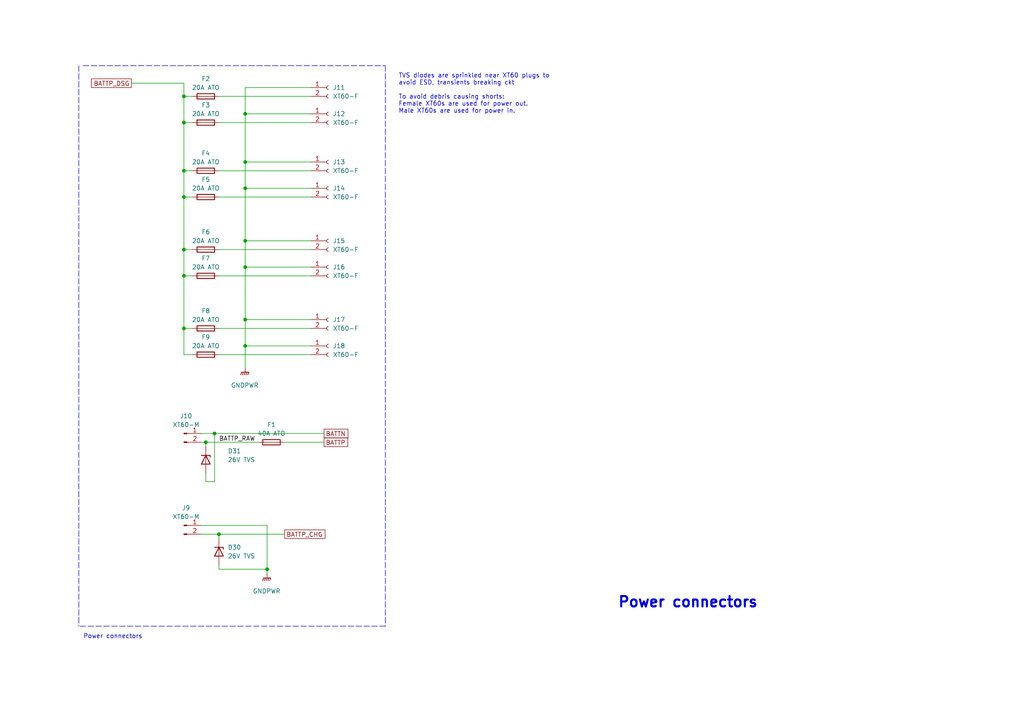
<source format=kicad_sch>
(kicad_sch (version 20211123) (generator eeschema)
  (paper "A4")
  (lib_symbols
    (symbol "Connector:Conn_01x02_Female" (pin_names (offset 1.016) hide)
      (property "Reference" "J" (at 0 2.54 0))
      (property "Value" "Conn_01x02_Female" (at 0 -5.08 0))
      (symbol "Conn_01x02_Female_1_1"
        (arc (start 0 -2.032) (mid -0.508 -2.54) (end 0 -3.048) (stroke (width 0.1524)))
        (polyline (pts (xy -1.27 -2.54) (xy -0.508 -2.54)) (stroke (width 0.1524)))
        (polyline (pts (xy -1.27 0) (xy -0.508 0)) (stroke (width 0.1524)))
        (arc (start 0 0.508) (mid -0.508 0) (end 0 -0.508) (stroke (width 0.1524)))
        (pin passive line (at -5.08 0 0) (length 3.81) (name "Pin_1") (number "1"))
        (pin passive line (at -5.08 -2.54 0) (length 3.81) (name "Pin_2") (number "2"))
      )
    )
    (symbol "Connector:Conn_01x02_Male" (pin_names (offset 1.016) hide)
      (property "Reference" "J" (at 0 2.54 0))
      (property "Value" "Conn_01x02_Male" (at 0 -5.08 0))
      (symbol "Conn_01x02_Male_1_1"
        (polyline (pts (xy 1.27 -2.54) (xy 0.8636 -2.54)) (stroke (width 0.1524)))
        (polyline (pts (xy 1.27 0) (xy 0.8636 0)) (stroke (width 0.1524)))
        (rectangle (start 0.8636 -2.413) (end 0 -2.667) (stroke (width 0.1524)) (fill (type outline)))
        (rectangle (start 0.8636 0.127) (end 0 -0.127) (stroke (width 0.1524)) (fill (type outline)))
        (pin passive line (at 5.08 0 180) (length 3.81) (name "Pin_1") (number "1"))
        (pin passive line (at 5.08 -2.54 180) (length 3.81) (name "Pin_2") (number "2"))
      )
    )
    (symbol "Device:D_Zener" (pin_numbers hide) (pin_names (offset 1.016) hide)
      (property "Reference" "D" (at 0 2.54 0))
      (property "Value" "D_Zener" (at 0 -2.54 0))
      (symbol "D_Zener_0_1"
        (polyline (pts (xy 1.27 0) (xy -1.27 0)))
        (polyline (pts (xy -1.27 -1.27) (xy -1.27 1.27) (xy -0.762 1.27)) (stroke (width 0.254)))
        (polyline (pts (xy 1.27 -1.27) (xy 1.27 1.27) (xy -1.27 0) (xy 1.27 -1.27)) (stroke (width 0.254)))
      )
      (symbol "D_Zener_1_1"
        (pin passive line (at -3.81 0 0) (length 2.54) (name "K") (number "1"))
        (pin passive line (at 3.81 0 180) (length 2.54) (name "A") (number "2"))
      )
    )
    (symbol "Device:Fuse" (pin_numbers hide) (pin_names (offset 0))
      (property "Reference" "F" (at 2.032 0 90))
      (property "Value" "Fuse" (at -1.905 0 90))
      (symbol "Fuse_0_1"
        (rectangle (start -0.762 -2.54) (end 0.762 2.54) (stroke (width 0.254)))
        (polyline (pts (xy 0 2.54) (xy 0 -2.54)))
      )
      (symbol "Fuse_1_1"
        (pin passive line (at 0 3.81 270) (length 1.27) (name "~") (number "1"))
        (pin passive line (at 0 -3.81 90) (length 1.27) (name "~") (number "2"))
      )
    )
    (symbol "power:GNDPWR" (power) (pin_names (offset 0))
      (property "Value" "GNDPWR" (at 0 -3.302 0))
      (symbol "GNDPWR_0_1"
        (polyline (pts (xy 0 -1.27) (xy 0 0)))
        (polyline (pts (xy -1.016 -1.27) (xy -1.27 -2.032) (xy -1.27 -2.032)) (stroke (width 0.2032)))
        (polyline (pts (xy -0.508 -1.27) (xy -0.762 -2.032) (xy -0.762 -2.032)) (stroke (width 0.2032)))
        (polyline (pts (xy 0 -1.27) (xy -0.254 -2.032) (xy -0.254 -2.032)) (stroke (width 0.2032)))
        (polyline (pts (xy 0.508 -1.27) (xy 0.254 -2.032) (xy 0.254 -2.032)) (stroke (width 0.2032)))
        (polyline (pts (xy 1.016 -1.27) (xy -1.016 -1.27) (xy -1.016 -1.27)) (stroke (width 0.2032)))
        (polyline (pts (xy 1.016 -1.27) (xy 0.762 -2.032) (xy 0.762 -2.032) (xy 0.762 -2.032)) (stroke (width 0.2032)))
      )
      (symbol "GNDPWR_1_1"
        (pin power_in line (at 0 0 270) (length 0) hide (name "GNDPWR") (number "1"))
      )
    )
  )
  (junction (at 71.12 100.33))
  (junction (at 59.69 128.27))
  (junction (at 71.12 92.71))
  (junction (at 71.12 46.99))
  (junction (at 53.34 35.56))
  (junction (at 53.34 49.53))
  (junction (at 53.34 72.39))
  (junction (at 53.34 57.15))
  (junction (at 71.12 77.47))
  (junction (at 71.12 33.02))
  (junction (at 53.34 27.94))
  (junction (at 53.34 95.25))
  (junction (at 63.5 154.94))
  (junction (at 53.34 80.01))
  (junction (at 71.12 54.61))
  (junction (at 71.12 69.85))
  (junction (at 77.47 165.1))
  (junction (at 62.23 125.73))
  (polyline (pts (xy 111.76 181.61) (xy 22.86 181.61)))
  (wire (pts (xy 53.34 35.56) (xy 55.88 35.56)))
  (polyline (pts (xy 24.13 19.05) (xy 111.76 19.05)))
  (wire (pts (xy 71.12 54.61) (xy 90.17 54.61)))
  (wire (pts (xy 53.34 27.94) (xy 55.88 27.94)))
  (wire (pts (xy 63.5 95.25) (xy 90.17 95.25)))
  (wire (pts (xy 62.23 139.7) (xy 62.23 125.73)))
  (wire (pts (xy 71.12 25.4) (xy 71.12 33.02)))
  (wire (pts (xy 63.5 72.39) (xy 90.17 72.39)))
  (wire (pts (xy 53.34 95.25) (xy 53.34 80.01)))
  (wire (pts (xy 53.34 102.87) (xy 53.34 95.25)))
  (wire (pts (xy 63.5 27.94) (xy 90.17 27.94)))
  (wire (pts (xy 58.42 154.94) (xy 63.5 154.94)))
  (wire (pts (xy 53.34 102.87) (xy 55.88 102.87)))
  (wire (pts (xy 63.5 57.15) (xy 90.17 57.15)))
  (wire (pts (xy 63.5 165.1) (xy 77.47 165.1)))
  (wire (pts (xy 82.55 128.27) (xy 93.98 128.27)))
  (wire (pts (xy 63.5 102.87) (xy 90.17 102.87)))
  (wire (pts (xy 71.12 33.02) (xy 90.17 33.02)))
  (wire (pts (xy 90.17 25.4) (xy 71.12 25.4)))
  (wire (pts (xy 63.5 154.94) (xy 63.5 156.21)))
  (wire (pts (xy 63.5 80.01) (xy 90.17 80.01)))
  (wire (pts (xy 71.12 69.85) (xy 90.17 69.85)))
  (wire (pts (xy 58.42 152.4) (xy 77.47 152.4)))
  (wire (pts (xy 53.34 72.39) (xy 55.88 72.39)))
  (wire (pts (xy 59.69 128.27) (xy 59.69 129.54)))
  (wire (pts (xy 38.1 24.13) (xy 53.34 24.13)))
  (wire (pts (xy 58.42 128.27) (xy 59.69 128.27)))
  (wire (pts (xy 71.12 46.99) (xy 71.12 54.61)))
  (wire (pts (xy 53.34 95.25) (xy 55.88 95.25)))
  (wire (pts (xy 71.12 77.47) (xy 90.17 77.47)))
  (wire (pts (xy 59.69 139.7) (xy 62.23 139.7)))
  (wire (pts (xy 53.34 35.56) (xy 53.34 27.94)))
  (wire (pts (xy 77.47 152.4) (xy 77.47 165.1)))
  (wire (pts (xy 71.12 100.33) (xy 90.17 100.33)))
  (wire (pts (xy 59.69 128.27) (xy 74.93 128.27)))
  (polyline (pts (xy 22.86 19.05) (xy 22.86 181.61)))
  (wire (pts (xy 71.12 54.61) (xy 71.12 69.85)))
  (wire (pts (xy 71.12 100.33) (xy 71.12 106.68)))
  (wire (pts (xy 63.5 163.83) (xy 63.5 165.1)))
  (wire (pts (xy 59.69 137.16) (xy 59.69 139.7)))
  (wire (pts (xy 53.34 49.53) (xy 55.88 49.53)))
  (wire (pts (xy 58.42 125.73) (xy 62.23 125.73)))
  (wire (pts (xy 71.12 92.71) (xy 90.17 92.71)))
  (wire (pts (xy 63.5 49.53) (xy 90.17 49.53)))
  (wire (pts (xy 63.5 154.94) (xy 82.55 154.94)))
  (wire (pts (xy 71.12 46.99) (xy 90.17 46.99)))
  (wire (pts (xy 53.34 80.01) (xy 55.88 80.01)))
  (wire (pts (xy 53.34 27.94) (xy 53.34 24.13)))
  (wire (pts (xy 77.47 165.1) (xy 77.47 166.37)))
  (wire (pts (xy 53.34 57.15) (xy 55.88 57.15)))
  (wire (pts (xy 53.34 57.15) (xy 53.34 49.53)))
  (wire (pts (xy 62.23 125.73) (xy 93.98 125.73)))
  (wire (pts (xy 71.12 92.71) (xy 71.12 100.33)))
  (wire (pts (xy 53.34 80.01) (xy 53.34 72.39)))
  (wire (pts (xy 53.34 49.53) (xy 53.34 35.56)))
  (polyline (pts (xy 111.76 19.05) (xy 111.76 181.61)))
  (wire (pts (xy 63.5 35.56) (xy 90.17 35.56)))
  (wire (pts (xy 71.12 33.02) (xy 71.12 46.99)))
  (wire (pts (xy 53.34 72.39) (xy 53.34 57.15)))
  (wire (pts (xy 71.12 77.47) (xy 71.12 92.71)))
  (wire (pts (xy 71.12 69.85) (xy 71.12 77.47)))
  (text "TVS diodes are sprinkled near XT60 plugs to\navoid ESD, transients breaking ckt\n\nTo avoid debris causing shorts:\nFemale XT60s are used for power out.\nMale XT60s are used for power in." (at 115.57 33.02 0) (effects (font (size 1.27 1.27)) (justify left bottom)))
  (text "Power connectors" (at 24.13 185.42 0) (effects (font (size 1.27 1.27)) (justify left bottom)))
  (text "Power connectors" (at 179.07 176.53 0) (effects (font (size 3 3) bold) (justify left bottom)))
  (label "BATTP_RAW" (at 63.5 128.27 0))
  (global_label "BATTP_DSG" (shape passive) (at 38.1 24.13 180) (property "Intersheet References" "${INTERSHEET_REFS}" (effects hide)))
  (global_label "BATTP" (shape passive) (at 93.98 128.27 0) (property "Intersheet References" "${INTERSHEET_REFS}" (effects hide)))
  (global_label "BATTP_CHG" (shape passive) (at 82.55 154.94 0) (property "Intersheet References" "${INTERSHEET_REFS}" (effects hide)))
  (global_label "BATTN" (shape passive) (at 93.98 125.73 0) (property "Intersheet References" "${INTERSHEET_REFS}" (effects hide)))
  (symbol (lib_id "Device:Fuse") (at 59.69 95.25 90) (unit 1)
    (property "Reference" "F8" (at 59.69 90.17 90))
    (property "Value" "20A ATO" (at 59.69 92.71 90))
    (property "Footprint" "lib:3522-2" (effects hide))
    (property "Datasheet" "https://www.keyelco.com/userAssets/file/M65p41.pdf" (effects hide))
    (property "part_number" "3522-2" (effects hide))
  )
  (symbol (lib_id "Device:Fuse") (at 59.69 49.53 90) (unit 1)
    (property "Reference" "F4" (at 59.69 44.45 90))
    (property "Value" "20A ATO" (at 59.69 46.99 90))
    (property "Footprint" "lib:3522-2" (effects hide))
    (property "Datasheet" "https://www.keyelco.com/userAssets/file/M65p41.pdf" (effects hide))
    (property "part_number" "3522-2" (effects hide))
  )
  (symbol (lib_id "Connector:Conn_01x02_Male") (at 53.34 152.4 0) (unit 1)
    (property "Reference" "J9" (at 53.975 147.32 0))
    (property "Value" "XT60-M" (at 53.975 149.86 0))
    (property "Footprint" "Connector_AMASS:AMASS_XT60-M_1x02_P7.20mm_Vertical" (effects hide))
  )
  (symbol (lib_id "Device:Fuse") (at 59.69 27.94 90) (unit 1)
    (property "Reference" "F2" (at 59.69 22.86 90))
    (property "Value" "20A ATO" (at 59.69 25.4 90))
    (property "Footprint" "lib:3522-2" (effects hide))
    (property "Datasheet" "https://www.keyelco.com/userAssets/file/M65p41.pdf" (effects hide))
    (property "part_number" "3522-2" (effects hide))
  )
  (symbol (lib_id "power:GNDPWR") (at 71.12 106.68 0) (unit 1)
    (property "Reference" "#PWR079" (effects hide))
    (property "Value" "GNDPWR" (at 70.993 111.76 0))
  )
  (symbol (lib_id "Device:Fuse") (at 59.69 80.01 90) (unit 1)
    (property "Reference" "F7" (at 59.69 74.93 90))
    (property "Value" "20A ATO" (at 59.69 77.47 90))
    (property "Footprint" "lib:3522-2" (effects hide))
    (property "Datasheet" "https://www.keyelco.com/userAssets/file/M65p41.pdf" (effects hide))
    (property "part_number" "3522-2" (effects hide))
  )
  (symbol (lib_id "Connector:Conn_01x02_Female") (at 95.25 92.71 0) (unit 1)
    (property "Reference" "J17" (at 96.52 92.7099 0) (effects (justify left)))
    (property "Value" "XT60-F" (at 96.52 95.2499 0) (effects (justify left)))
    (property "Footprint" "Connector_AMASS:AMASS_XT60-F_1x02_P7.20mm_Vertical" (effects hide))
  )
  (symbol (lib_id "Device:Fuse") (at 59.69 57.15 90) (unit 1)
    (property "Reference" "F5" (at 59.69 52.07 90))
    (property "Value" "20A ATO" (at 59.69 54.61 90))
    (property "Footprint" "lib:3522-2" (effects hide))
    (property "Datasheet" "https://www.keyelco.com/userAssets/file/M65p41.pdf" (effects hide))
    (property "part_number" "3522-2" (effects hide))
  )
  (symbol (lib_id "Connector:Conn_01x02_Female") (at 95.25 77.47 0) (unit 1)
    (property "Reference" "J16" (at 96.52 77.4699 0) (effects (justify left)))
    (property "Value" "XT60-F" (at 96.52 80.0099 0) (effects (justify left)))
    (property "Footprint" "Connector_AMASS:AMASS_XT60-F_1x02_P7.20mm_Vertical" (effects hide))
  )
  (symbol (lib_id "Connector:Conn_01x02_Female") (at 95.25 69.85 0) (unit 1)
    (property "Reference" "J15" (at 96.52 69.8499 0) (effects (justify left)))
    (property "Value" "XT60-F" (at 96.52 72.3899 0) (effects (justify left)))
    (property "Footprint" "Connector_AMASS:AMASS_XT60-F_1x02_P7.20mm_Vertical" (effects hide))
  )
  (symbol (lib_id "Device:D_Zener") (at 63.5 160.02 270) (unit 1)
    (property "Reference" "D30" (at 66.04 158.7499 90) (effects (justify left)))
    (property "Value" "26V TVS" (at 66.04 161.2899 90) (effects (justify left)))
    (property "Footprint" "Diode_SMD:D_SMB" (effects hide))
    (property "part_number" "SMBJ26A" (effects hide))
  )
  (symbol (lib_id "Device:Fuse") (at 78.74 128.27 90) (unit 1)
    (property "Reference" "F1" (at 78.74 123.19 90))
    (property "Value" "40A ATO" (at 78.74 125.73 90))
    (property "Footprint" "lib:3522-2" (effects hide))
    (property "Datasheet" "https://www.keyelco.com/userAssets/file/M65p41.pdf" (effects hide))
    (property "part_number" "3522-2" (effects hide))
  )
  (symbol (lib_id "power:GNDPWR") (at 77.47 166.37 0) (unit 1)
    (property "Reference" "#PWR080" (effects hide))
    (property "Value" "GNDPWR" (at 77.343 171.45 0))
  )
  (symbol (lib_id "Connector:Conn_01x02_Female") (at 95.25 33.02 0) (unit 1)
    (property "Reference" "J12" (at 96.52 33.0199 0) (effects (justify left)))
    (property "Value" "XT60-F" (at 96.52 35.5599 0) (effects (justify left)))
    (property "Footprint" "Connector_AMASS:AMASS_XT60-F_1x02_P7.20mm_Vertical" (effects hide))
  )
  (symbol (lib_id "Device:Fuse") (at 59.69 72.39 90) (unit 1)
    (property "Reference" "F6" (at 59.69 67.31 90))
    (property "Value" "20A ATO" (at 59.69 69.85 90))
    (property "Footprint" "lib:3522-2" (effects hide))
    (property "Datasheet" "https://www.keyelco.com/userAssets/file/M65p41.pdf" (effects hide))
    (property "part_number" "3522-2" (effects hide))
  )
  (symbol (lib_id "Device:D_Zener") (at 59.69 133.35 270) (unit 1)
    (property "Reference" "D31" (at 66.04 130.81 90) (effects (justify left)))
    (property "Value" "26V TVS" (at 66.04 133.35 90) (effects (justify left)))
    (property "Footprint" "Diode_SMD:D_SMB" (effects hide))
    (property "part_number" "SMBJ26A" (effects hide))
  )
  (symbol (lib_id "Connector:Conn_01x02_Female") (at 95.25 25.4 0) (unit 1)
    (property "Reference" "J11" (at 96.52 25.3999 0) (effects (justify left)))
    (property "Value" "XT60-F" (at 96.52 27.9399 0) (effects (justify left)))
    (property "Footprint" "Connector_AMASS:AMASS_XT60-F_1x02_P7.20mm_Vertical" (effects hide))
  )
  (symbol (lib_id "Connector:Conn_01x02_Female") (at 95.25 54.61 0) (unit 1)
    (property "Reference" "J14" (at 96.52 54.6099 0) (effects (justify left)))
    (property "Value" "XT60-F" (at 96.52 57.1499 0) (effects (justify left)))
    (property "Footprint" "Connector_AMASS:AMASS_XT60-F_1x02_P7.20mm_Vertical" (effects hide))
  )
  (symbol (lib_id "Device:Fuse") (at 59.69 35.56 90) (unit 1)
    (property "Reference" "F3" (at 59.69 30.48 90))
    (property "Value" "20A ATO" (at 59.69 33.02 90))
    (property "Footprint" "lib:3522-2" (effects hide))
    (property "Datasheet" "https://www.keyelco.com/userAssets/file/M65p41.pdf" (effects hide))
    (property "part_number" "3522-2" (effects hide))
  )
  (symbol (lib_id "Device:Fuse") (at 59.69 102.87 90) (unit 1)
    (property "Reference" "F9" (at 59.69 97.79 90))
    (property "Value" "20A ATO" (at 59.69 100.33 90))
    (property "Footprint" "lib:3522-2" (effects hide))
    (property "Datasheet" "https://www.keyelco.com/userAssets/file/M65p41.pdf" (effects hide))
    (property "part_number" "3522-2" (effects hide))
  )
  (symbol (lib_id "Connector:Conn_01x02_Female") (at 95.25 46.99 0) (unit 1)
    (property "Reference" "J13" (at 96.52 46.9899 0) (effects (justify left)))
    (property "Value" "XT60-F" (at 96.52 49.5299 0) (effects (justify left)))
    (property "Footprint" "Connector_AMASS:AMASS_XT60-F_1x02_P7.20mm_Vertical" (effects hide))
  )
  (symbol (lib_id "Connector:Conn_01x02_Male") (at 53.34 125.73 0) (unit 1)
    (property "Reference" "J10" (at 53.975 120.65 0))
    (property "Value" "XT60-M" (at 53.975 123.19 0))
    (property "Footprint" "Connector_AMASS:AMASS_XT60-M_1x02_P7.20mm_Vertical" (effects hide))
  )
  (symbol (lib_id "Connector:Conn_01x02_Female") (at 95.25 100.33 0) (unit 1)
    (property "Reference" "J18" (at 96.52 100.3299 0) (effects (justify left)))
    (property "Value" "XT60-F" (at 96.52 102.8699 0) (effects (justify left)))
    (property "Footprint" "Connector_AMASS:AMASS_XT60-F_1x02_P7.20mm_Vertical" (effects hide))
  )
)
</source>
